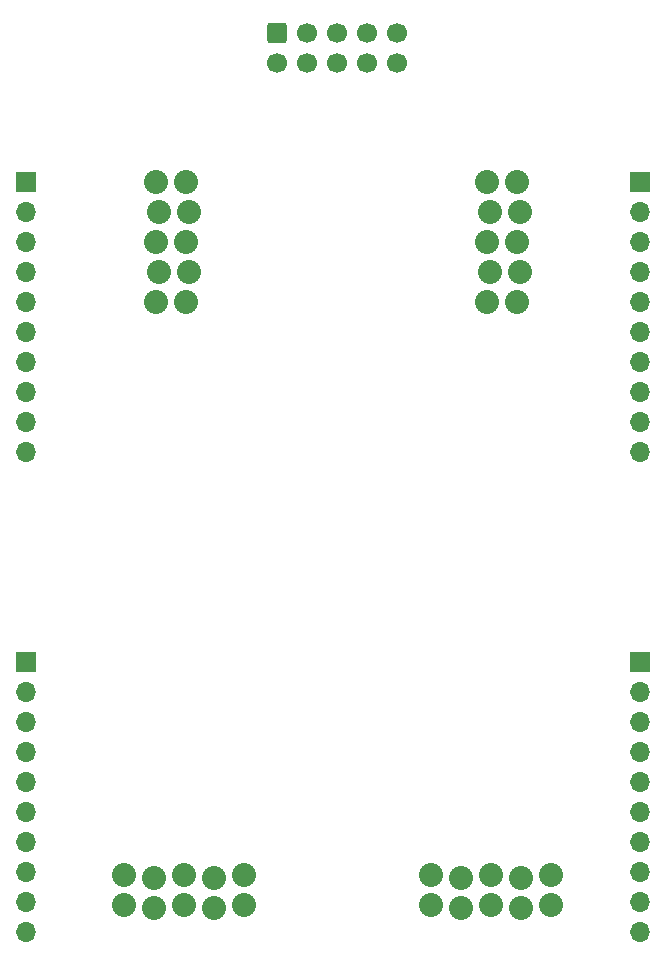
<source format=gbr>
%TF.GenerationSoftware,KiCad,Pcbnew,7.0.10*%
%TF.CreationDate,2024-02-02T23:11:49-08:00*%
%TF.ProjectId,Patch_SM_Breadboard_Adapter,50617463-685f-4534-9d5f-427265616462,rev?*%
%TF.SameCoordinates,Original*%
%TF.FileFunction,Soldermask,Bot*%
%TF.FilePolarity,Negative*%
%FSLAX46Y46*%
G04 Gerber Fmt 4.6, Leading zero omitted, Abs format (unit mm)*
G04 Created by KiCad (PCBNEW 7.0.10) date 2024-02-02 23:11:49*
%MOMM*%
%LPD*%
G01*
G04 APERTURE LIST*
G04 Aperture macros list*
%AMRoundRect*
0 Rectangle with rounded corners*
0 $1 Rounding radius*
0 $2 $3 $4 $5 $6 $7 $8 $9 X,Y pos of 4 corners*
0 Add a 4 corners polygon primitive as box body*
4,1,4,$2,$3,$4,$5,$6,$7,$8,$9,$2,$3,0*
0 Add four circle primitives for the rounded corners*
1,1,$1+$1,$2,$3*
1,1,$1+$1,$4,$5*
1,1,$1+$1,$6,$7*
1,1,$1+$1,$8,$9*
0 Add four rect primitives between the rounded corners*
20,1,$1+$1,$2,$3,$4,$5,0*
20,1,$1+$1,$4,$5,$6,$7,0*
20,1,$1+$1,$6,$7,$8,$9,0*
20,1,$1+$1,$8,$9,$2,$3,0*%
G04 Aperture macros list end*
%ADD10C,2.032000*%
%ADD11RoundRect,0.250000X-0.600000X0.600000X-0.600000X-0.600000X0.600000X-0.600000X0.600000X0.600000X0*%
%ADD12C,1.700000*%
%ADD13R,1.700000X1.700000*%
%ADD14O,1.700000X1.700000*%
G04 APERTURE END LIST*
D10*
%TO.C,U$1*%
X64023000Y-41405000D03*
X66563000Y-41405000D03*
X64277000Y-43945000D03*
X66817000Y-43945000D03*
X64023000Y-46485000D03*
X66563000Y-46485000D03*
X64277000Y-49025000D03*
X66817000Y-49025000D03*
X64023000Y-51565000D03*
X66563000Y-51565000D03*
X69500000Y-100088000D03*
X69500000Y-102628000D03*
X66960000Y-100342000D03*
X66960000Y-102882000D03*
X64420000Y-100088000D03*
X64420000Y-102628000D03*
X61880000Y-100342000D03*
X61880000Y-102882000D03*
X59340000Y-100088000D03*
X59340000Y-102628000D03*
X43500000Y-100088000D03*
X43500000Y-102628000D03*
X40960000Y-100342000D03*
X40960000Y-102882000D03*
X38420000Y-100088000D03*
X38420000Y-102628000D03*
X35880000Y-100342000D03*
X35880000Y-102882000D03*
X33340000Y-100088000D03*
X33340000Y-102628000D03*
X36023000Y-41405000D03*
X38563000Y-41405000D03*
X36277000Y-43945000D03*
X38817000Y-43945000D03*
X36023000Y-46485000D03*
X38563000Y-46485000D03*
X36277000Y-49025000D03*
X38817000Y-49025000D03*
X36023000Y-51565000D03*
X38563000Y-51565000D03*
%TD*%
D11*
%TO.C,REF\u002A\u002A*%
X46270000Y-28815000D03*
D12*
X46270000Y-31355000D03*
X48810000Y-28815000D03*
X48810000Y-31355000D03*
X51350000Y-28815000D03*
X51350000Y-31355000D03*
X53890000Y-28815000D03*
X53890000Y-31355000D03*
X56430000Y-28815000D03*
X56430000Y-31355000D03*
%TD*%
D13*
%TO.C,B*%
X25000000Y-82070000D03*
D14*
X25000000Y-84610000D03*
X25000000Y-87150000D03*
X25000000Y-89690000D03*
X25000000Y-92230000D03*
X25000000Y-94770000D03*
X25000000Y-97310000D03*
X25000000Y-99850000D03*
X25000000Y-102390000D03*
X25000000Y-104930000D03*
%TD*%
D13*
%TO.C,C*%
X77000000Y-82070000D03*
D14*
X77000000Y-84610000D03*
X77000000Y-87150000D03*
X77000000Y-89690000D03*
X77000000Y-92230000D03*
X77000000Y-94770000D03*
X77000000Y-97310000D03*
X77000000Y-99850000D03*
X77000000Y-102390000D03*
X77000000Y-104930000D03*
%TD*%
D13*
%TO.C,D*%
X77000000Y-41430000D03*
D14*
X77000000Y-43970000D03*
X77000000Y-46510000D03*
X77000000Y-49050000D03*
X77000000Y-51590000D03*
X77000000Y-54130000D03*
X77000000Y-56670000D03*
X77000000Y-59210000D03*
X77000000Y-61750000D03*
X77000000Y-64290000D03*
%TD*%
D13*
%TO.C,A*%
X25000000Y-41430000D03*
D14*
X25000000Y-43970000D03*
X25000000Y-46510000D03*
X25000000Y-49050000D03*
X25000000Y-51590000D03*
X25000000Y-54130000D03*
X25000000Y-56670000D03*
X25000000Y-59210000D03*
X25000000Y-61750000D03*
X25000000Y-64290000D03*
%TD*%
M02*

</source>
